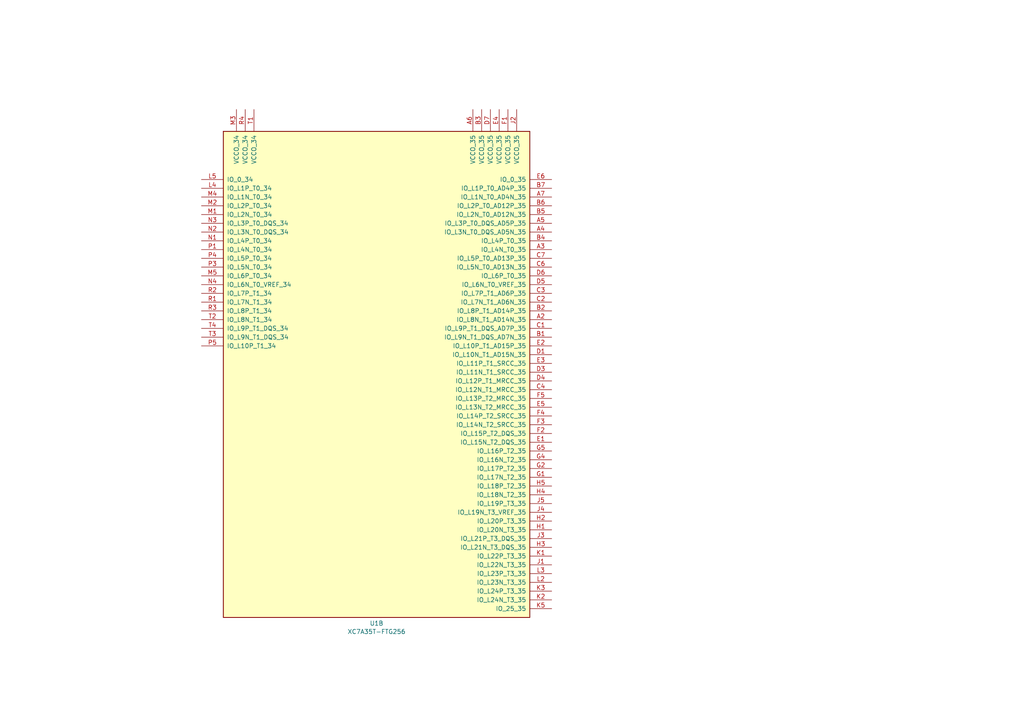
<source format=kicad_sch>
(kicad_sch (version 20231120) (generator "eeschema") (generator_version "8.0")
  (paper "A4")
  (lib_symbols
    (symbol "FPGA_Xilinx_Artix7:XC7A35T-FTG256" (pin_names (offset 1.016))
      (property "Reference" "U" (at 0 1.27 0))
      (property "Value" "XC7A35T-FTG256" (at 0 -1.27 0))
      (symbol "XC7A35T-FTG256_1_1"
        (rectangle (start -44.45 67.31) (end 44.45 -73.66) (stroke (width 0.254)) (fill (type background)))
        (pin bidirectional line (at 50.8 38.1 180) (length 6.35) (name "IO_L3N_T0_DQS_AD1N_15") (number "A10"))
        (pin bidirectional line (at 50.8 27.94 180) (length 6.35) (name "IO_L5N_T0_AD9N_15") (number "A12"))
        (pin bidirectional line (at 50.8 20.32 180) (length 6.35) (name "IO_L7P_T1_AD2P_15") (number "A13"))
        (pin bidirectional line (at 50.8 17.78 180) (length 6.35) (name "IO_L7N_T1_AD2N_15") (number "A14"))
        (pin bidirectional line (at 50.8 7.62 180) (length 6.35) (name "IO_L9N_T1_DQS_AD3N_15") (number "A15"))
        (pin power_in line (at 27.94 73.66 270) (length 6.35) (name "VCCO_15") (number "A16"))
        (pin bidirectional line (at 50.8 45.72 180) (length 6.35) (name "IO_L2P_T0_AD8P_15") (number "A8"))
        (pin bidirectional line (at 50.8 43.18 180) (length 6.35) (name "IO_L2N_T0_AD8N_15") (number "A9"))
        (pin bidirectional line (at 50.8 35.56 180) (length 6.35) (name "IO_L4P_T0_15") (number "B10"))
        (pin bidirectional line (at 50.8 33.02 180) (length 6.35) (name "IO_L4N_T0_15") (number "B11"))
        (pin bidirectional line (at 50.8 30.48 180) (length 6.35) (name "IO_L5P_T0_AD9P_15") (number "B12"))
        (pin power_in line (at 30.48 73.66 270) (length 6.35) (name "VCCO_15") (number "B13"))
        (pin bidirectional line (at 50.8 12.7 180) (length 6.35) (name "IO_L8N_T1_AD10N_15") (number "B14"))
        (pin bidirectional line (at 50.8 10.16 180) (length 6.35) (name "IO_L9P_T1_DQS_AD3P_15") (number "B15"))
        (pin bidirectional line (at 50.8 2.54 180) (length 6.35) (name "IO_L10N_T1_AD11N_15") (number "B16"))
        (pin bidirectional line (at 50.8 40.64 180) (length 6.35) (name "IO_L3P_T0_DQS_AD1P_15") (number "B9"))
        (pin power_in line (at 33.02 73.66 270) (length 6.35) (name "VCCO_15") (number "C10"))
        (pin bidirectional line (at 50.8 0 180) (length 6.35) (name "IO_L11P_T1_SRCC_15") (number "C11"))
        (pin bidirectional line (at 50.8 -2.54 180) (length 6.35) (name "IO_L11N_T1_SRCC_15") (number "C12"))
        (pin bidirectional line (at 50.8 -7.62 180) (length 6.35) (name "IO_L12N_T1_MRCC_15") (number "C13"))
        (pin bidirectional line (at 50.8 15.24 180) (length 6.35) (name "IO_L8P_T1_AD10P_15") (number "C14"))
        (pin bidirectional line (at 50.8 5.08 180) (length 6.35) (name "IO_L10P_T1_AD11P_15") (number "C16"))
        (pin bidirectional line (at 50.8 50.8 180) (length 6.35) (name "IO_L1P_T0_AD0P_15") (number "C8"))
        (pin bidirectional line (at 50.8 48.26 180) (length 6.35) (name "IO_L1N_T0_AD0N_15") (number "C9"))
        (pin bidirectional line (at 50.8 53.34 180) (length 6.35) (name "IO_0_15") (number "D10"))
        (pin bidirectional line (at 50.8 -17.78 180) (length 6.35) (name "IO_L14N_T2_SRCC_15") (number "D11"))
        (pin bidirectional line (at 50.8 -5.08 180) (length 6.35) (name "IO_L12P_T1_MRCC_15") (number "D13"))
        (pin bidirectional line (at 50.8 -20.32 180) (length 6.35) (name "IO_L15P_T2_DQS_15") (number "D14"))
        (pin bidirectional line (at 50.8 -22.86 180) (length 6.35) (name "IO_L15N_T2_DQS_ADV_B_15") (number "D15"))
        (pin bidirectional line (at 50.8 -33.02 180) (length 6.35) (name "IO_L17N_T2_A25_15") (number "D16"))
        (pin bidirectional line (at 50.8 25.4 180) (length 6.35) (name "IO_L6P_T0_15") (number "D8"))
        (pin bidirectional line (at 50.8 22.86 180) (length 6.35) (name "IO_L6N_T0_VREF_15") (number "D9"))
        (pin bidirectional line (at 50.8 -15.24 180) (length 6.35) (name "IO_L14P_T2_SRCC_15") (number "E11"))
        (pin bidirectional line (at 50.8 -10.16 180) (length 6.35) (name "IO_L13P_T2_MRCC_15") (number "E12"))
        (pin bidirectional line (at 50.8 -12.7 180) (length 6.35) (name "IO_L13N_T2_MRCC_15") (number "E13"))
        (pin power_in line (at 35.56 73.66 270) (length 6.35) (name "VCCO_15") (number "E14"))
        (pin bidirectional line (at 50.8 -38.1 180) (length 6.35) (name "IO_L18N_T2_A23_15") (number "E15"))
        (pin bidirectional line (at 50.8 -30.48 180) (length 6.35) (name "IO_L17P_T2_A26_15") (number "E16"))
        (pin bidirectional line (at 50.8 -25.4 180) (length 6.35) (name "IO_L16P_T2_A28_15") (number "F12"))
        (pin bidirectional line (at 50.8 -27.94 180) (length 6.35) (name "IO_L16N_T2_A27_15") (number "F13"))
        (pin bidirectional line (at 50.8 -53.34 180) (length 6.35) (name "IO_L21N_T3_DQS_A18_15") (number "F14"))
        (pin bidirectional line (at 50.8 -35.56 180) (length 6.35) (name "IO_L18P_T2_A24_15") (number "F15"))
        (pin bidirectional line (at 50.8 -71.12 180) (length 6.35) (name "IO_25_15") (number "G11"))
        (pin bidirectional line (at 50.8 -43.18 180) (length 6.35) (name "IO_L19N_T3_A21_VREF_15") (number "G12"))
        (pin bidirectional line (at 50.8 -50.8 180) (length 6.35) (name "IO_L21P_T3_DQS_15") (number "G14"))
        (pin bidirectional line (at 50.8 -68.58 180) (length 6.35) (name "IO_L24N_T3_RS0_15") (number "G15"))
        (pin bidirectional line (at 50.8 -58.42 180) (length 6.35) (name "IO_L22N_T3_A16_15") (number "G16"))
        (pin bidirectional line (at 50.8 -40.64 180) (length 6.35) (name "IO_L19P_T3_A22_15") (number "H11"))
        (pin bidirectional line (at 50.8 -45.72 180) (length 6.35) (name "IO_L20P_T3_A20_15") (number "H12"))
        (pin bidirectional line (at 50.8 -48.26 180) (length 6.35) (name "IO_L20N_T3_A19_15") (number "H13"))
        (pin bidirectional line (at 50.8 -66.04 180) (length 6.35) (name "IO_L24P_T3_RS1_15") (number "H14"))
        (pin power_in line (at 38.1 73.66 270) (length 6.35) (name "VCCO_15") (number "H15"))
        (pin bidirectional line (at 50.8 -55.88 180) (length 6.35) (name "IO_L22P_T3_A17_15") (number "H16"))
        (pin power_in line (at 40.64 73.66 270) (length 6.35) (name "VCCO_15") (number "J12"))
        (pin bidirectional line (at -50.8 50.8 0) (length 6.35) (name "IO_L1P_T0_D00_MOSI_14") (number "J13"))
        (pin bidirectional line (at -50.8 48.26 0) (length 6.35) (name "IO_L1N_T0_D01_DIN_14") (number "J14"))
        (pin bidirectional line (at 50.8 -60.96 180) (length 6.35) (name "IO_L23P_T3_FOE_B_15") (number "J15"))
        (pin bidirectional line (at 50.8 -63.5 180) (length 6.35) (name "IO_L23N_T3_FWE_B_15") (number "J16"))
        (pin bidirectional line (at -50.8 53.34 0) (length 6.35) (name "IO_0_14") (number "K12"))
        (pin bidirectional line (at -50.8 30.48 0) (length 6.35) (name "IO_L5P_T0_D06_14") (number "K13"))
        (pin bidirectional line (at -50.8 45.72 0) (length 6.35) (name "IO_L2P_T0_D02_14") (number "K15"))
        (pin bidirectional line (at -50.8 43.18 0) (length 6.35) (name "IO_L2N_T0_D03_14") (number "K16"))
        (pin bidirectional line (at -50.8 25.4 0) (length 6.35) (name "IO_L6P_T0_FCS_B_14") (number "L12"))
        (pin bidirectional line (at -50.8 27.94 0) (length 6.35) (name "IO_L5N_T0_D07_14") (number "L13"))
        (pin bidirectional line (at -50.8 35.56 0) (length 6.35) (name "IO_L4P_T0_D04_14") (number "L14"))
        (pin bidirectional line (at -50.8 40.64 0) (length 6.35) (name "IO_L3P_T0_DQS_PUDC_B_14") (number "L15"))
        (pin power_in line (at -40.64 73.66 270) (length 6.35) (name "VCCO_14") (number "L16"))
        (pin bidirectional line (at -50.8 22.86 0) (length 6.35) (name "IO_L6N_T0_D08_VREF_14") (number "M12"))
        (pin power_in line (at -38.1 73.66 270) (length 6.35) (name "VCCO_14") (number "M13"))
        (pin bidirectional line (at -50.8 33.02 0) (length 6.35) (name "IO_L4N_T0_D05_14") (number "M14"))
        (pin bidirectional line (at -50.8 38.1 0) (length 6.35) (name "IO_L3N_T0_DQS_EMCCLK_14") (number "M15"))
        (pin bidirectional line (at -50.8 20.32 0) (length 6.35) (name "IO_L7P_T1_D09_14") (number "M16"))
        (pin bidirectional line (at -50.8 -40.64 0) (length 6.35) (name "IO_L19P_T3_A10_D26_14") (number "M6"))
        (pin power_in line (at -35.56 73.66 270) (length 6.35) (name "VCCO_14") (number "N10"))
        (pin bidirectional line (at -50.8 -10.16 0) (length 6.35) (name "IO_L13P_T2_MRCC_14") (number "N11"))
        (pin bidirectional line (at -50.8 -12.7 0) (length 6.35) (name "IO_L13N_T2_MRCC_14") (number "N12"))
        (pin bidirectional line (at -50.8 0 0) (length 6.35) (name "IO_L11P_T1_SRCC_14") (number "N13"))
        (pin bidirectional line (at -50.8 -5.08 0) (length 6.35) (name "IO_L12P_T1_MRCC_14") (number "N14"))
        (pin bidirectional line (at -50.8 17.78 0) (length 6.35) (name "IO_L7N_T1_D10_14") (number "N16"))
        (pin bidirectional line (at -50.8 -43.18 0) (length 6.35) (name "IO_L19N_T3_A09_D25_VREF_14") (number "N6"))
        (pin bidirectional line (at -50.8 -35.56 0) (length 6.35) (name "IO_L18P_T2_A12_D28_14") (number "N9"))
        (pin bidirectional line (at -50.8 -15.24 0) (length 6.35) (name "IO_L14P_T2_SRCC_14") (number "P10"))
        (pin bidirectional line (at -50.8 -17.78 0) (length 6.35) (name "IO_L14N_T2_SRCC_14") (number "P11"))
        (pin bidirectional line (at -50.8 -2.54 0) (length 6.35) (name "IO_L11N_T1_SRCC_14") (number "P13"))
        (pin bidirectional line (at -50.8 -7.62 0) (length 6.35) (name "IO_L12N_T1_MRCC_14") (number "P14"))
        (pin bidirectional line (at -50.8 15.24 0) (length 6.35) (name "IO_L8P_T1_D11_14") (number "P15"))
        (pin bidirectional line (at -50.8 12.7 0) (length 6.35) (name "IO_L8N_T1_D12_14") (number "P16"))
        (pin bidirectional line (at -50.8 -71.12 0) (length 6.35) (name "IO_25_14") (number "P6"))
        (pin power_in line (at -33.02 73.66 270) (length 6.35) (name "VCCO_14") (number "P7"))
        (pin bidirectional line (at -50.8 -45.72 0) (length 6.35) (name "IO_L20P_T3_A08_D24_14") (number "P8"))
        (pin bidirectional line (at -50.8 -38.1 0) (length 6.35) (name "IO_L18N_T2_A11_D27_14") (number "P9"))
        (pin bidirectional line (at -50.8 -30.48 0) (length 6.35) (name "IO_L17P_T2_A14_D30_14") (number "R10"))
        (pin bidirectional line (at -50.8 -33.02 0) (length 6.35) (name "IO_L17N_T2_A13_D29_14") (number "R11"))
        (pin bidirectional line (at -50.8 -20.32 0) (length 6.35) (name "IO_L15P_T2_DQS_RDWR_B_14") (number "R12"))
        (pin bidirectional line (at -50.8 -25.4 0) (length 6.35) (name "IO_L16P_T2_CSI_B_14") (number "R13"))
        (pin power_in line (at -30.48 73.66 270) (length 6.35) (name "VCCO_14") (number "R14"))
        (pin bidirectional line (at -50.8 10.16 0) (length 6.35) (name "IO_L9P_T1_DQS_14") (number "R15"))
        (pin bidirectional line (at -50.8 7.62 0) (length 6.35) (name "IO_L9N_T1_DQS_D13_14") (number "R16"))
        (pin bidirectional line (at -50.8 -60.96 0) (length 6.35) (name "IO_L23P_T3_A03_D19_14") (number "R5"))
        (pin bidirectional line (at -50.8 -66.04 0) (length 6.35) (name "IO_L24P_T3_A01_D17_14") (number "R6"))
        (pin bidirectional line (at -50.8 -68.58 0) (length 6.35) (name "IO_L24N_T3_A00_D16_14") (number "R7"))
        (pin bidirectional line (at -50.8 -48.26 0) (length 6.35) (name "IO_L20N_T3_A07_D23_14") (number "R8"))
        (pin bidirectional line (at -50.8 -58.42 0) (length 6.35) (name "IO_L22N_T3_A04_D20_14") (number "T10"))
        (pin power_in line (at -27.94 73.66 270) (length 6.35) (name "VCCO_14") (number "T11"))
        (pin bidirectional line (at -50.8 -22.86 0) (length 6.35) (name "IO_L15N_T2_DQS_DOUT_CSO_B_14") (number "T12"))
        (pin bidirectional line (at -50.8 -27.94 0) (length 6.35) (name "IO_L16N_T2_A15_D31_14") (number "T13"))
        (pin bidirectional line (at -50.8 5.08 0) (length 6.35) (name "IO_L10P_T1_D14_14") (number "T14"))
        (pin bidirectional line (at -50.8 2.54 0) (length 6.35) (name "IO_L10N_T1_D15_14") (number "T15"))
        (pin bidirectional line (at -50.8 -63.5 0) (length 6.35) (name "IO_L23N_T3_A02_D18_14") (number "T5"))
        (pin bidirectional line (at -50.8 -50.8 0) (length 6.35) (name "IO_L21P_T3_DQS_14") (number "T7"))
        (pin bidirectional line (at -50.8 -53.34 0) (length 6.35) (name "IO_L21N_T3_DQS_A06_D22_14") (number "T8"))
        (pin bidirectional line (at -50.8 -55.88 0) (length 6.35) (name "IO_L22P_T3_A05_D21_14") (number "T9"))
      )
      (symbol "XC7A35T-FTG256_2_1"
        (rectangle (start -44.45 67.31) (end 44.45 -73.66) (stroke (width 0.254)) (fill (type background)))
        (pin bidirectional line (at 50.8 12.7 180) (length 6.35) (name "IO_L8N_T1_AD14N_35") (number "A2"))
        (pin bidirectional line (at 50.8 33.02 180) (length 6.35) (name "IO_L4N_T0_35") (number "A3"))
        (pin bidirectional line (at 50.8 38.1 180) (length 6.35) (name "IO_L3N_T0_DQS_AD5N_35") (number "A4"))
        (pin bidirectional line (at 50.8 40.64 180) (length 6.35) (name "IO_L3P_T0_DQS_AD5P_35") (number "A5"))
        (pin power_in line (at 27.94 73.66 270) (length 6.35) (name "VCCO_35") (number "A6"))
        (pin bidirectional line (at 50.8 48.26 180) (length 6.35) (name "IO_L1N_T0_AD4N_35") (number "A7"))
        (pin bidirectional line (at 50.8 7.62 180) (length 6.35) (name "IO_L9N_T1_DQS_AD7N_35") (number "B1"))
        (pin bidirectional line (at 50.8 15.24 180) (length 6.35) (name "IO_L8P_T1_AD14P_35") (number "B2"))
        (pin power_in line (at 30.48 73.66 270) (length 6.35) (name "VCCO_35") (number "B3"))
        (pin bidirectional line (at 50.8 35.56 180) (length 6.35) (name "IO_L4P_T0_35") (number "B4"))
        (pin bidirectional line (at 50.8 43.18 180) (length 6.35) (name "IO_L2N_T0_AD12N_35") (number "B5"))
        (pin bidirectional line (at 50.8 45.72 180) (length 6.35) (name "IO_L2P_T0_AD12P_35") (number "B6"))
        (pin bidirectional line (at 50.8 50.8 180) (length 6.35) (name "IO_L1P_T0_AD4P_35") (number "B7"))
        (pin bidirectional line (at 50.8 10.16 180) (length 6.35) (name "IO_L9P_T1_DQS_AD7P_35") (number "C1"))
        (pin bidirectional line (at 50.8 17.78 180) (length 6.35) (name "IO_L7N_T1_AD6N_35") (number "C2"))
        (pin bidirectional line (at 50.8 20.32 180) (length 6.35) (name "IO_L7P_T1_AD6P_35") (number "C3"))
        (pin bidirectional line (at 50.8 -7.62 180) (length 6.35) (name "IO_L12N_T1_MRCC_35") (number "C4"))
        (pin bidirectional line (at 50.8 27.94 180) (length 6.35) (name "IO_L5N_T0_AD13N_35") (number "C6"))
        (pin bidirectional line (at 50.8 30.48 180) (length 6.35) (name "IO_L5P_T0_AD13P_35") (number "C7"))
        (pin bidirectional line (at 50.8 2.54 180) (length 6.35) (name "IO_L10N_T1_AD15N_35") (number "D1"))
        (pin bidirectional line (at 50.8 -2.54 180) (length 6.35) (name "IO_L11N_T1_SRCC_35") (number "D3"))
        (pin bidirectional line (at 50.8 -5.08 180) (length 6.35) (name "IO_L12P_T1_MRCC_35") (number "D4"))
        (pin bidirectional line (at 50.8 22.86 180) (length 6.35) (name "IO_L6N_T0_VREF_35") (number "D5"))
        (pin bidirectional line (at 50.8 25.4 180) (length 6.35) (name "IO_L6P_T0_35") (number "D6"))
        (pin power_in line (at 33.02 73.66 270) (length 6.35) (name "VCCO_35") (number "D7"))
        (pin bidirectional line (at 50.8 -22.86 180) (length 6.35) (name "IO_L15N_T2_DQS_35") (number "E1"))
        (pin bidirectional line (at 50.8 5.08 180) (length 6.35) (name "IO_L10P_T1_AD15P_35") (number "E2"))
        (pin bidirectional line (at 50.8 0 180) (length 6.35) (name "IO_L11P_T1_SRCC_35") (number "E3"))
        (pin power_in line (at 35.56 73.66 270) (length 6.35) (name "VCCO_35") (number "E4"))
        (pin bidirectional line (at 50.8 -12.7 180) (length 6.35) (name "IO_L13N_T2_MRCC_35") (number "E5"))
        (pin bidirectional line (at 50.8 53.34 180) (length 6.35) (name "IO_0_35") (number "E6"))
        (pin power_in line (at 38.1 73.66 270) (length 6.35) (name "VCCO_35") (number "F1"))
        (pin bidirectional line (at 50.8 -20.32 180) (length 6.35) (name "IO_L15P_T2_DQS_35") (number "F2"))
        (pin bidirectional line (at 50.8 -17.78 180) (length 6.35) (name "IO_L14N_T2_SRCC_35") (number "F3"))
        (pin bidirectional line (at 50.8 -15.24 180) (length 6.35) (name "IO_L14P_T2_SRCC_35") (number "F4"))
        (pin bidirectional line (at 50.8 -10.16 180) (length 6.35) (name "IO_L13P_T2_MRCC_35") (number "F5"))
        (pin bidirectional line (at 50.8 -33.02 180) (length 6.35) (name "IO_L17N_T2_35") (number "G1"))
        (pin bidirectional line (at 50.8 -30.48 180) (length 6.35) (name "IO_L17P_T2_35") (number "G2"))
        (pin bidirectional line (at 50.8 -27.94 180) (length 6.35) (name "IO_L16N_T2_35") (number "G4"))
        (pin bidirectional line (at 50.8 -25.4 180) (length 6.35) (name "IO_L16P_T2_35") (number "G5"))
        (pin bidirectional line (at 50.8 -48.26 180) (length 6.35) (name "IO_L20N_T3_35") (number "H1"))
        (pin bidirectional line (at 50.8 -45.72 180) (length 6.35) (name "IO_L20P_T3_35") (number "H2"))
        (pin bidirectional line (at 50.8 -53.34 180) (length 6.35) (name "IO_L21N_T3_DQS_35") (number "H3"))
        (pin bidirectional line (at 50.8 -38.1 180) (length 6.35) (name "IO_L18N_T2_35") (number "H4"))
        (pin bidirectional line (at 50.8 -35.56 180) (length 6.35) (name "IO_L18P_T2_35") (number "H5"))
        (pin bidirectional line (at 50.8 -58.42 180) (length 6.35) (name "IO_L22N_T3_35") (number "J1"))
        (pin power_in line (at 40.64 73.66 270) (length 6.35) (name "VCCO_35") (number "J2"))
        (pin bidirectional line (at 50.8 -50.8 180) (length 6.35) (name "IO_L21P_T3_DQS_35") (number "J3"))
        (pin bidirectional line (at 50.8 -43.18 180) (length 6.35) (name "IO_L19N_T3_VREF_35") (number "J4"))
        (pin bidirectional line (at 50.8 -40.64 180) (length 6.35) (name "IO_L19P_T3_35") (number "J5"))
        (pin bidirectional line (at 50.8 -55.88 180) (length 6.35) (name "IO_L22P_T3_35") (number "K1"))
        (pin bidirectional line (at 50.8 -68.58 180) (length 6.35) (name "IO_L24N_T3_35") (number "K2"))
        (pin bidirectional line (at 50.8 -66.04 180) (length 6.35) (name "IO_L24P_T3_35") (number "K3"))
        (pin bidirectional line (at 50.8 -71.12 180) (length 6.35) (name "IO_25_35") (number "K5"))
        (pin bidirectional line (at 50.8 -63.5 180) (length 6.35) (name "IO_L23N_T3_35") (number "L2"))
        (pin bidirectional line (at 50.8 -60.96 180) (length 6.35) (name "IO_L23P_T3_35") (number "L3"))
        (pin bidirectional line (at -50.8 50.8 0) (length 6.35) (name "IO_L1P_T0_34") (number "L4"))
        (pin bidirectional line (at -50.8 53.34 0) (length 6.35) (name "IO_0_34") (number "L5"))
        (pin bidirectional line (at -50.8 43.18 0) (length 6.35) (name "IO_L2N_T0_34") (number "M1"))
        (pin bidirectional line (at -50.8 45.72 0) (length 6.35) (name "IO_L2P_T0_34") (number "M2"))
        (pin power_in line (at -40.64 73.66 270) (length 6.35) (name "VCCO_34") (number "M3"))
        (pin bidirectional line (at -50.8 48.26 0) (length 6.35) (name "IO_L1N_T0_34") (number "M4"))
        (pin bidirectional line (at -50.8 25.4 0) (length 6.35) (name "IO_L6P_T0_34") (number "M5"))
        (pin bidirectional line (at -50.8 35.56 0) (length 6.35) (name "IO_L4P_T0_34") (number "N1"))
        (pin bidirectional line (at -50.8 38.1 0) (length 6.35) (name "IO_L3N_T0_DQS_34") (number "N2"))
        (pin bidirectional line (at -50.8 40.64 0) (length 6.35) (name "IO_L3P_T0_DQS_34") (number "N3"))
        (pin bidirectional line (at -50.8 22.86 0) (length 6.35) (name "IO_L6N_T0_VREF_34") (number "N4"))
        (pin bidirectional line (at -50.8 33.02 0) (length 6.35) (name "IO_L4N_T0_34") (number "P1"))
        (pin bidirectional line (at -50.8 27.94 0) (length 6.35) (name "IO_L5N_T0_34") (number "P3"))
        (pin bidirectional line (at -50.8 30.48 0) (length 6.35) (name "IO_L5P_T0_34") (number "P4"))
        (pin bidirectional line (at -50.8 5.08 0) (length 6.35) (name "IO_L10P_T1_34") (number "P5"))
        (pin bidirectional line (at -50.8 17.78 0) (length 6.35) (name "IO_L7N_T1_34") (number "R1"))
        (pin bidirectional line (at -50.8 20.32 0) (length 6.35) (name "IO_L7P_T1_34") (number "R2"))
        (pin bidirectional line (at -50.8 15.24 0) (length 6.35) (name "IO_L8P_T1_34") (number "R3"))
        (pin power_in line (at -38.1 73.66 270) (length 6.35) (name "VCCO_34") (number "R4"))
        (pin power_in line (at -35.56 73.66 270) (length 6.35) (name "VCCO_34") (number "T1"))
        (pin bidirectional line (at -50.8 12.7 0) (length 6.35) (name "IO_L8N_T1_34") (number "T2"))
        (pin bidirectional line (at -50.8 7.62 0) (length 6.35) (name "IO_L9N_T1_DQS_34") (number "T3"))
        (pin bidirectional line (at -50.8 10.16 0) (length 6.35) (name "IO_L9P_T1_DQS_34") (number "T4"))
      )
      (symbol "XC7A35T-FTG256_3_1"
        (rectangle (start -31.75 34.29) (end 31.75 -40.64) (stroke (width 0.254)) (fill (type background)))
        (pin bidirectional line (at 38.1 -15.24 180) (length 6.35) (name "CFGBVS_0") (number "E7"))
        (pin bidirectional line (at 38.1 7.62 180) (length 6.35) (name "CCLK_0") (number "E8"))
        (pin bidirectional line (at 38.1 -5.08 180) (length 6.35) (name "DONE_0") (number "H10"))
        (pin bidirectional line (at 38.1 -30.48 180) (length 6.35) (name "VREFN_0") (number "H7"))
        (pin bidirectional line (at 38.1 -20.32 180) (length 6.35) (name "VP_0") (number "H8"))
        (pin bidirectional line (at 38.1 -22.86 180) (length 6.35) (name "VN_0") (number "J7"))
        (pin bidirectional line (at 38.1 -27.94 180) (length 6.35) (name "VREFP_0") (number "J8"))
        (pin bidirectional line (at 38.1 -7.62 180) (length 6.35) (name "INIT_B_0") (number "K10"))
        (pin bidirectional line (at 38.1 -38.1 180) (length 6.35) (name "DXN_0") (number "K7"))
        (pin bidirectional line (at 38.1 -35.56 180) (length 6.35) (name "DXP_0") (number "K8"))
        (pin power_in line (at 27.94 40.64 270) (length 6.35) (name "VCCO_0") (number "L6"))
        (pin bidirectional line (at 38.1 12.7 180) (length 6.35) (name "TCK_0") (number "L7"))
        (pin bidirectional line (at 38.1 -10.16 180) (length 6.35) (name "PROGRAM_B_0") (number "L9"))
        (pin bidirectional line (at 38.1 2.54 180) (length 6.35) (name "M1_0") (number "M10"))
        (pin bidirectional line (at 38.1 0 180) (length 6.35) (name "M2_0") (number "M11"))
        (pin bidirectional line (at 38.1 15.24 180) (length 6.35) (name "TMS_0") (number "M7"))
        (pin bidirectional line (at 38.1 5.08 180) (length 6.35) (name "M0_0") (number "M9"))
        (pin bidirectional line (at 38.1 20.32 180) (length 6.35) (name "TDI_0") (number "N7"))
        (pin bidirectional line (at 38.1 17.78 180) (length 6.35) (name "TDO_0") (number "N8"))
      )
      (symbol "XC7A35T-FTG256_4_1"
        (rectangle (start -19.05 35.56) (end 19.05 -35.56) (stroke (width 0.254)) (fill (type background)))
        (pin power_in line (at -25.4 2.54 0) (length 6.35) (name "GND") (number "A1"))
        (pin power_in line (at -25.4 0 0) (length 6.35) (name "GND") (number "A11"))
        (pin power_in line (at -25.4 -2.54 0) (length 6.35) (name "GND") (number "B8"))
        (pin power_in line (at -25.4 -7.62 0) (length 6.35) (name "GND") (number "C15"))
        (pin power_in line (at -25.4 -5.08 0) (length 6.35) (name "GND") (number "C5"))
        (pin power_in line (at -25.4 -12.7 0) (length 6.35) (name "GND") (number "D12"))
        (pin power_in line (at -25.4 -10.16 0) (length 6.35) (name "GND") (number "D2"))
        (pin power_in line (at -25.4 12.7 0) (length 6.35) (name "VCCBRAM") (number "E10"))
        (pin power_in line (at -25.4 -15.24 0) (length 6.35) (name "GND") (number "E9"))
        (pin power_in line (at -25.4 -20.32 0) (length 6.35) (name "GND") (number "F10"))
        (pin power_in line (at -25.4 10.16 0) (length 6.35) (name "VCCBRAM") (number "F11"))
        (pin power_in line (at -25.4 -22.86 0) (length 6.35) (name "GND") (number "F16"))
        (pin power_in line (at -25.4 -17.78 0) (length 6.35) (name "GND") (number "F6"))
        (pin power_in line (at 25.4 33.02 180) (length 6.35) (name "VCCINT") (number "F7"))
        (pin power_in line (at -25.4 15.24 0) (length 6.35) (name "VCCBATT_0") (number "F8"))
        (pin power_in line (at 25.4 30.48 180) (length 6.35) (name "VCCINT") (number "F9"))
        (pin power_in line (at -25.4 33.02 0) (length 6.35) (name "VCCAUX") (number "G10"))
        (pin power_in line (at -25.4 -30.48 0) (length 6.35) (name "GND") (number "G13"))
        (pin power_in line (at -25.4 -25.4 0) (length 6.35) (name "GND") (number "G3"))
        (pin power_in line (at 25.4 27.94 180) (length 6.35) (name "VCCINT") (number "G6"))
        (pin power_in line (at -25.4 20.32 0) (length 6.35) (name "GNDADC_0") (number "G7"))
        (pin power_in line (at -25.4 17.78 0) (length 6.35) (name "VCCADC_0") (number "G8"))
        (pin power_in line (at -25.4 -27.94 0) (length 6.35) (name "GND") (number "G9"))
        (pin power_in line (at -25.4 -33.02 0) (length 6.35) (name "GND") (number "H6"))
        (pin power_in line (at 25.4 25.4 180) (length 6.35) (name "VCCINT") (number "H9"))
        (pin power_in line (at -25.4 30.48 0) (length 6.35) (name "VCCAUX") (number "J10"))
        (pin power_in line (at 25.4 0 180) (length 6.35) (name "GND") (number "J11"))
        (pin power_in line (at 25.4 22.86 180) (length 6.35) (name "VCCINT") (number "J6"))
        (pin power_in line (at 25.4 2.54 180) (length 6.35) (name "GND") (number "J9"))
        (pin power_in line (at -25.4 27.94 0) (length 6.35) (name "VCCAUX") (number "K11"))
        (pin power_in line (at 25.4 -7.62 180) (length 6.35) (name "GND") (number "K14"))
        (pin power_in line (at 25.4 -2.54 180) (length 6.35) (name "GND") (number "K4"))
        (pin power_in line (at 25.4 -5.08 180) (length 6.35) (name "GND") (number "K6"))
        (pin power_in line (at 25.4 20.32 180) (length 6.35) (name "VCCINT") (number "K9"))
        (pin power_in line (at 25.4 -10.16 180) (length 6.35) (name "GND") (number "L1"))
        (pin power_in line (at -25.4 25.4 0) (length 6.35) (name "VCCAUX") (number "L10"))
        (pin power_in line (at 25.4 -12.7 180) (length 6.35) (name "GND") (number "L11"))
        (pin power_in line (at 25.4 17.78 180) (length 6.35) (name "VCCINT") (number "L8"))
        (pin power_in line (at 25.4 -15.24 180) (length 6.35) (name "GND") (number "M8"))
        (pin power_in line (at 25.4 -20.32 180) (length 6.35) (name "GND") (number "N15"))
        (pin power_in line (at 25.4 -17.78 180) (length 6.35) (name "GND") (number "N5"))
        (pin power_in line (at 25.4 -25.4 180) (length 6.35) (name "GND") (number "P12"))
        (pin power_in line (at 25.4 -22.86 180) (length 6.35) (name "GND") (number "P2"))
        (pin power_in line (at 25.4 -27.94 180) (length 6.35) (name "GND") (number "R9"))
        (pin power_in line (at 25.4 -33.02 180) (length 6.35) (name "GND") (number "T16"))
        (pin power_in line (at 25.4 -30.48 180) (length 6.35) (name "GND") (number "T6"))
      )
    )
  )
  (symbol (lib_id "FPGA_Xilinx_Artix7:XC7A35T-FTG256") (at 109.22 105.41 0) (unit 2)
    (property "Reference" "U1" (at 109.22 180.7901 0))
    (property "Value" "XC7A35T-FTG256" (at 109.22 183.2144 0))
    (property "Description" "Artix 7 T 35 XC7A35T-FTG256" (effects (hide yes)))
  )
)
</source>
